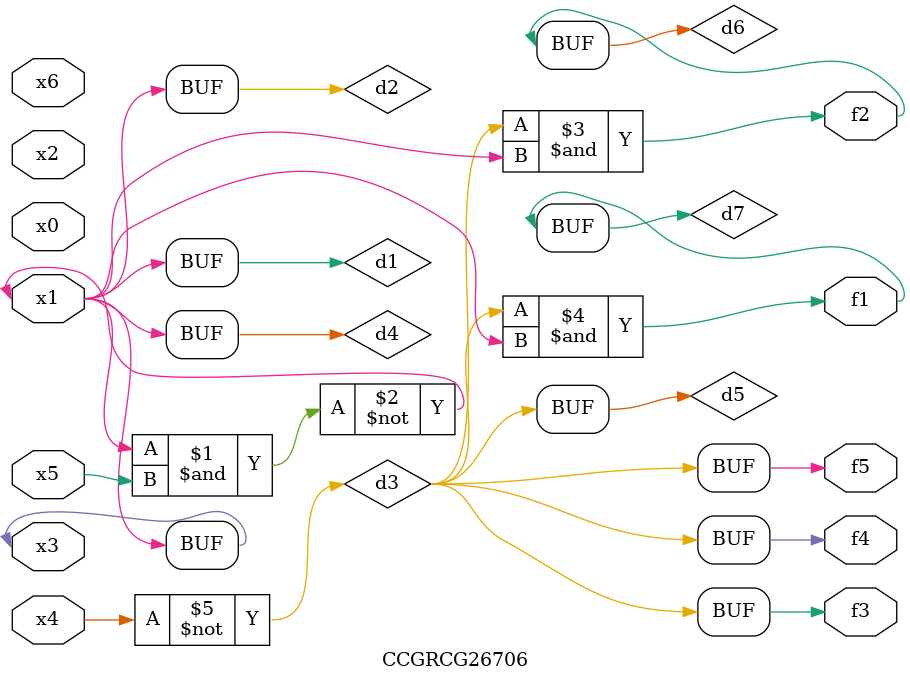
<source format=v>
module CCGRCG26706(
	input x0, x1, x2, x3, x4, x5, x6,
	output f1, f2, f3, f4, f5
);

	wire d1, d2, d3, d4, d5, d6, d7;

	buf (d1, x1, x3);
	nand (d2, x1, x5);
	not (d3, x4);
	buf (d4, d1, d2);
	buf (d5, d3);
	and (d6, d3, d4);
	and (d7, d3, d4);
	assign f1 = d7;
	assign f2 = d6;
	assign f3 = d5;
	assign f4 = d5;
	assign f5 = d5;
endmodule

</source>
